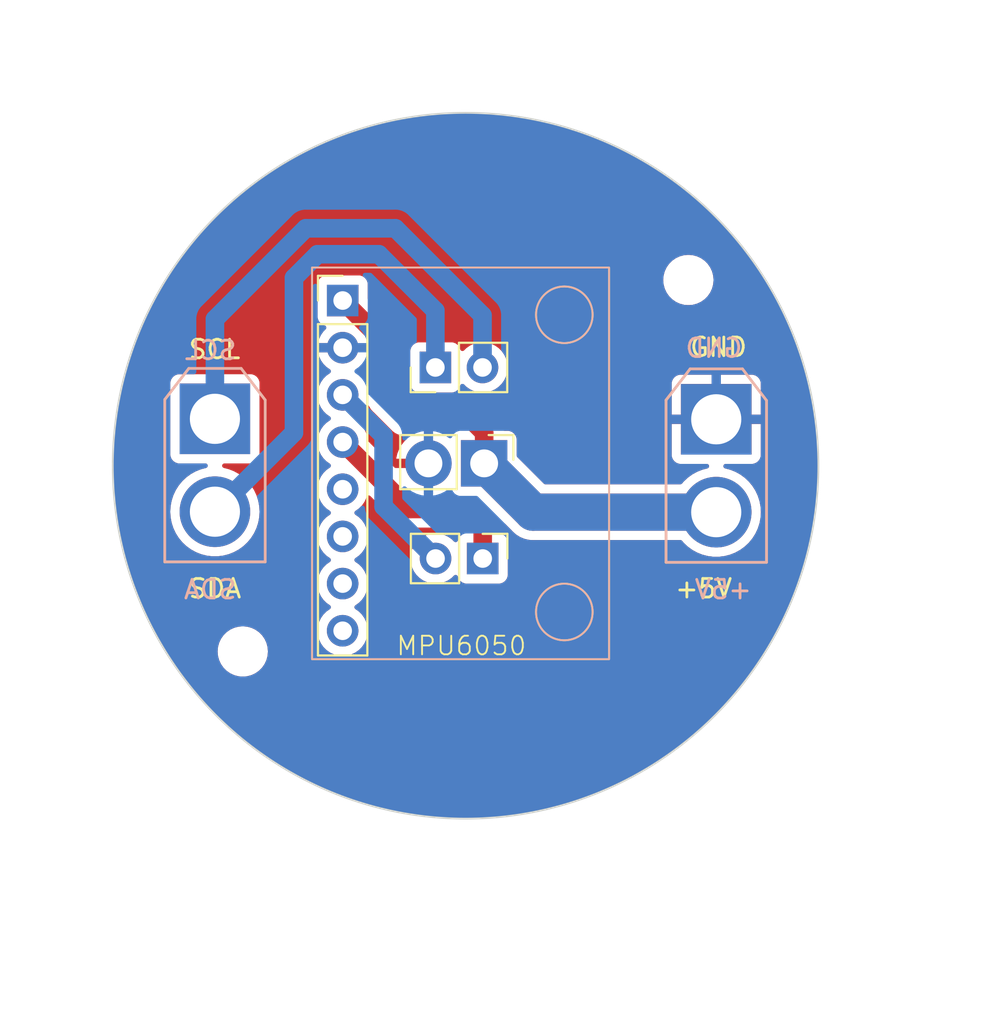
<source format=kicad_pcb>
(kicad_pcb (version 20221018) (generator pcbnew)
  (layers (0 "F.Cu" signal) (31 "B.Cu" signal) (34 "B.Paste" user) (35 "F.Paste" user) (36 "B.SilkS" user "B.Silkscreen") (37 "F.SilkS" user "F.Silkscreen") (38 "B.Mask" user) (39 "F.Mask" user) (44 "Edge.Cuts" user))
  (net 0 "")
  (net 5 "GND")
  (net 6 "+5V")
  (net 7 "SCL1")
  (net 8 "SDA1")
  (net 9 "SDA")
  (net 10 "SCL")
  (footprint "MountingHole:MountingHole_2.2mm_M2" (layer "F.Cu") (at 93 100)
    (fp_text reference "H1" hide)
    (fp_text value "MountingHole")
    (pad "" np_thru_hole circle (at 0 0) (size 2.2 2.2) (drill 2.2) (layers "*.Cu" "*.Mask"))
  )
  (footprint "XTConnectors:XT30U-M_1x02_P5.0mm_Vertical" (layer "F.Cu") (at 118.5 87.5 -90)
    (fp_text reference "J1" hide)
    (fp_text value "Conn_01x02_Socket")
    (fp_line (start -2.71 -1.41) (end -2.71 1.41) (stroke (width 0.12)) (layer "F.SilkS"))
    (fp_line (start -2.71 -1.41) (end -1.01 -2.71) (stroke (width 0.12)) (layer "F.SilkS"))
    (fp_line (start -2.71 1.41) (end -1.01 2.71) (stroke (width 0.12)) (layer "F.SilkS"))
    (fp_line (start -1.01 -2.71) (end 7.71 -2.71) (stroke (width 0.12)) (layer "F.SilkS"))
    (fp_line (start -1.01 2.71) (end 7.71 2.71) (stroke (width 0.12)) (layer "F.SilkS"))
    (fp_line (start 7.71 -2.71) (end 7.71 2.71) (stroke (width 0.12)) (layer "F.SilkS"))
    (pad "1" thru_hole rect (at 0 0 270) (size 3.8 3.8) (drill 2.7) (layers "*.Cu" "*.Mask") (net 5 "GND"))
    (pad "2" thru_hole circle (at 5 0 270) (size 3.8 3.8) (drill 2.7) (layers "*.Cu" "*.Mask") (net 6 "+5V"))
  )
  (footprint "MountingHole:MountingHole_2.2mm_M2" (layer "F.Cu") (at 117 80)
    (fp_text reference "H2" hide)
    (fp_text value "MountingHole")
    (pad "" np_thru_hole circle (at 0 0) (size 2.2 2.2) (drill 2.2) (layers "*.Cu" "*.Mask"))
  )
  (footprint "XTConnectors:XT30U-M_1x02_P5.0mm_Vertical" (layer "F.Cu") (at 91.5 87.475 -90)
    (fp_text reference "J3" hide)
    (fp_text value "Conn_01x02_Socket")
    (fp_line (start -2.71 -1.41) (end -2.71 1.41) (stroke (width 0.12)) (layer "F.SilkS"))
    (fp_line (start -2.71 -1.41) (end -1.01 -2.71) (stroke (width 0.12)) (layer "F.SilkS"))
    (fp_line (start -2.71 1.41) (end -1.01 2.71) (stroke (width 0.12)) (layer "F.SilkS"))
    (fp_line (start -1.01 -2.71) (end 7.71 -2.71) (stroke (width 0.12)) (layer "F.SilkS"))
    (fp_line (start -1.01 2.71) (end 7.71 2.71) (stroke (width 0.12)) (layer "F.SilkS"))
    (fp_line (start 7.71 -2.71) (end 7.71 2.71) (stroke (width 0.12)) (layer "F.SilkS"))
    (pad "1" thru_hole rect (at 0 0 270) (size 3.8 3.8) (drill 2.7) (layers "*.Cu" "*.Mask") (net 10 "SCL"))
    (pad "2" thru_hole circle (at 5 0 270) (size 3.8 3.8) (drill 2.7) (layers "*.Cu" "*.Mask") (net 9 "SDA"))
  )
  (footprint "Connector_PinHeader_2.54mm:PinHeader_1x02_P2.54mm_Vertical" (layer "F.Cu") (at 103.373 84.709 90)
    (fp_text reference "J4" hide)
    (fp_text value "Conn_01x02_Socket")
    (fp_line (start -1.33 -1.33) (end 0 -1.33) (stroke (width 0.12)) (layer "F.SilkS"))
    (fp_line (start -1.33 0) (end -1.33 -1.33) (stroke (width 0.12)) (layer "F.SilkS"))
    (fp_line (start -1.33 1.27) (end -1.33 3.87) (stroke (width 0.12)) (layer "F.SilkS"))
    (fp_line (start -1.33 1.27) (end 1.33 1.27) (stroke (width 0.12)) (layer "F.SilkS"))
    (fp_line (start -1.33 3.87) (end 1.33 3.87) (stroke (width 0.12)) (layer "F.SilkS"))
    (fp_line (start 1.33 1.27) (end 1.33 3.87) (stroke (width 0.12)) (layer "F.SilkS"))
    (pad "1" thru_hole rect (at 0 0 90) (size 1.7 1.7) (drill 1) (layers "*.Cu" "*.Mask") (net 9 "SDA"))
    (pad "2" thru_hole oval (at 0 2.54 90) (size 1.7 1.7) (drill 1) (layers "*.Cu" "*.Mask") (net 10 "SCL"))
  )
  (footprint "Connector_PinHeader_2.54mm:PinHeader_1x02_P2.54mm_Vertical" (layer "F.Cu") (at 105.923 94.996 -90)
    (fp_text reference "J7" hide)
    (fp_text value "Conn_01x02_Socket" hide)
    (fp_line (start -1.33 -1.33) (end 0 -1.33) (stroke (width 0.12)) (layer "F.SilkS"))
    (fp_line (start -1.33 0) (end -1.33 -1.33) (stroke (width 0.12)) (layer "F.SilkS"))
    (fp_line (start -1.33 1.27) (end -1.33 3.87) (stroke (width 0.12)) (layer "F.SilkS"))
    (fp_line (start -1.33 1.27) (end 1.33 1.27) (stroke (width 0.12)) (layer "F.SilkS"))
    (fp_line (start -1.33 3.87) (end 1.33 3.87) (stroke (width 0.12)) (layer "F.SilkS"))
    (fp_line (start 1.33 1.27) (end 1.33 3.87) (stroke (width 0.12)) (layer "F.SilkS"))
    (pad "1" thru_hole rect (at 0 0 270) (size 1.7 1.7) (drill 1) (layers "*.Cu" "*.Mask") (net 8 "SDA1"))
    (pad "2" thru_hole oval (at 0 2.54 270) (size 1.7 1.7) (drill 1) (layers "*.Cu" "*.Mask") (net 7 "SCL1"))
  )
  (footprint "MPU6050:MPU6050_module" (layer "F.Cu") (at 106 90)
    (fp_text reference "MPU6050" (at -1.225 9.695 unlocked) (layer "F.SilkS") (effects (font (thickness 0.1))))
    (fp_text value "~")
    (fp_rect (start 6.731 -10.668) (end -9.271 10.414) (stroke (width 0.1)) (fill none) (layer "B.SilkS"))
    (fp_circle (center 4.318 -8.128) (end 5.842 -8.128) (stroke (width 0.1)) (fill none) (layer "B.SilkS"))
    (fp_circle (center 4.318 7.874) (end 5.842 7.874) (stroke (width 0.1)) (fill none) (layer "B.SilkS"))
    (fp_line (start -8.95 -10.2246) (end -7.62 -10.2246) (stroke (width 0.12)) (layer "F.SilkS"))
    (fp_line (start -8.95 -8.8946) (end -8.95 -10.2246) (stroke (width 0.12)) (layer "F.SilkS"))
    (fp_line (start -8.95 -7.6246) (end -8.95 10.2154) (stroke (width 0.12)) (layer "F.SilkS"))
    (fp_line (start -8.95 -7.6246) (end -6.29 -7.6246) (stroke (width 0.12)) (layer "F.SilkS"))
    (fp_line (start -8.95 10.2154) (end -6.29 10.2154) (stroke (width 0.12)) (layer "F.SilkS"))
    (fp_line (start -6.29 -7.6246) (end -6.29 10.2154) (stroke (width 0.12)) (layer "F.SilkS"))
    (fp_rect (start -9.271 -10.668) (end 6.731 10.414) (stroke (width 0.1)) (fill none) (layer "F.SilkS"))
    (fp_circle (center 4.318 -8.128) (end 5.842 -8.128) (stroke (width 0.1)) (fill none) (layer "F.SilkS"))
    (fp_circle (center 4.318 7.874) (end 5.842 7.874) (stroke (width 0.1)) (fill none) (layer "F.SilkS"))
    (pad "1" thru_hole rect (at -7.62 -8.8946) (size 1.7 1.7) (drill 1) (layers "*.Cu" "*.Mask") (net 6 "+5V"))
    (pad "2" thru_hole oval (at -7.62 -6.3546) (size 1.7 1.7) (drill 1) (layers "*.Cu" "*.Mask") (net 5 "GND"))
    (pad "3" thru_hole oval (at -7.62 -3.8146) (size 1.7 1.7) (drill 1) (layers "*.Cu" "*.Mask") (net 7 "SCL1"))
    (pad "4" thru_hole oval (at -7.62 -1.2746) (size 1.7 1.7) (drill 1) (layers "*.Cu" "*.Mask") (net 8 "SDA1"))
    (pad "5" thru_hole oval (at -7.62 1.2654) (size 1.7 1.7) (drill 1) (layers "*.Cu" "*.Mask"))
    (pad "6" thru_hole oval (at -7.62 3.8054) (size 1.7 1.7) (drill 1) (layers "*.Cu" "*.Mask"))
    (pad "7" thru_hole oval (at -7.62 6.3454) (size 1.7 1.7) (drill 1) (layers "*.Cu" "*.Mask"))
    (pad "8" thru_hole oval (at -7.62 8.8854) (size 1.7 1.7) (drill 1) (layers "*.Cu" "*.Mask"))
  )
  (footprint "Connector_PinHeader_2.54mm:PinHeader_1x02_P2.54mm_Vertical" (layer "F.Cu") (at 105.796 89.8722 -90)
    (fp_text reference "J2" hide)
    (fp_text value "Conn_01x02_Socket" hide)
    (fp_line (start -1.524 -1.778) (end -0.194 -1.778) (stroke (width 0.12)) (layer "F.SilkS"))
    (fp_line (start -1.524 -0.448) (end -1.524 -1.778) (stroke (width 0.12)) (layer "F.SilkS"))
    (fp_line (start -1.524 1.27) (end -1.524 4.318) (stroke (width 0.12)) (layer "F.SilkS"))
    (fp_line (start -1.524 1.27) (end 1.39 1.27) (stroke (width 0.12)) (layer "F.SilkS"))
    (fp_line (start -1.524 4.318) (end 1.39 4.318) (stroke (width 0.12)) (layer "F.SilkS"))
    (fp_line (start 1.39 1.27) (end 1.39 4.318) (stroke (width 0.12)) (layer "F.SilkS"))
    (pad "1" thru_hole rect (at 0 -0.204 270) (size 2.5 2.5) (drill 1.5) (layers "*.Cu" "*.Mask") (net 6 "+5V"))
    (pad "2" thru_hole oval (at 0 2.796 270) (size 2.5 2.5) (drill 1.5) (layers "*.Cu" "*.Mask") (net 5 "GND"))
  )
  (gr_line (start 88.7984 95.1738) (end 94.2086 95.1738) (stroke (width 0.15)) (layer "B.SilkS"))
  (gr_line (start 115.7986 86.4616) (end 115.7986 95.1992) (stroke (width 0.15)) (layer "B.SilkS"))
  (gr_line (start 88.7984 86.4362) (end 90.0938 84.7598) (stroke (width 0.15)) (layer "B.SilkS"))
  (gr_line (start 94.2086 86.4616) (end 94.2086 95.1738) (stroke (width 0.15)) (layer "B.SilkS"))
  (gr_line (start 117.094 84.7852) (end 115.7986 86.4616) (stroke (width 0.15)) (layer "B.SilkS"))
  (gr_line (start 119.9134 84.7852) (end 117.094 84.7852) (stroke (width 0.15)) (layer "B.SilkS"))
  (gr_line (start 121.2088 86.487) (end 119.9134 84.7852) (stroke (width 0.15)) (layer "B.SilkS"))
  (gr_line (start 92.9132 84.7598) (end 94.2086 86.4616) (stroke (width 0.15)) (layer "B.SilkS"))
  (gr_line (start 92.9132 84.7598) (end 90.0938 84.7598) (stroke (width 0.15)) (layer "B.SilkS"))
  (gr_line (start 88.7984 95.1738) (end 88.7984 86.4362) (stroke (width 0.15)) (layer "B.SilkS"))
  (gr_line (start 115.7986 95.1992) (end 121.2088 95.1992) (stroke (width 0.15)) (layer "B.SilkS"))
  (gr_line (start 121.2088 95.1992) (end 121.2088 86.487) (stroke (width 0.15)) (layer "B.SilkS"))
  (gr_circle (center 105 90) (end 105 71) (stroke (width 0.1)) (fill none) (layer "Edge.Cuts"))
  (gr_text "GND" (at 120 84.25) (layer "B.SilkS") (effects (font (size 1 1)) (justify left bottom mirror)))
  (gr_text "+5V" (at 120.5 97.25) (layer "B.SilkS") (effects (font (size 1 1)) (justify left bottom mirror)))
  (gr_text "SCL\n\n\n\n\n\n\n\nSDA" (at 92.75 97.25) (layer "B.SilkS") (effects (font (size 1 1)) (justify left bottom mirror)))
  (gr_text "+5V" (at 116.2 97.2) (layer "F.SilkS") (effects (font (size 1 1)) (justify left bottom)))
  (gr_text "SCL\n\n\n\n\n\n\n\nSDA" (at 90 97.2) (layer "F.SilkS") (effects (font (size 1 1)) (justify left bottom)))
  (gr_text "GND" (at 117 84.2) (layer "F.SilkS") (effects (font (size 1 1)) (justify left bottom)))
  (segment (start 100.711 83.4364) (end 100.711 86.36) (width 1) (layer "F.Cu") (net 6))
  (segment (start 108.6278 92.5) (end 106 89.8722) (width 2) (layer "F.Cu") (net 6))
  (segment (start 106 88.22) (end 106 89.8722) (width 1) (layer "F.Cu") (net 6))
  (segment (start 105.156 87.376) (end 106 88.22) (width 1) (layer "F.Cu") (net 6))
  (segment (start 100.711 86.36) (end 101.727 87.376) (width 1) (layer "F.Cu") (net 6))
  (segment (start 101.727 87.376) (end 105.156 87.376) (width 1) (layer "F.Cu") (net 6))
  (segment (start 118.8722 92.5) (end 108.6278 92.5) (width 2) (layer "F.Cu") (net 6))
  (segment (start 98.38 81.1054) (end 100.711 83.4364) (width 1) (layer "F.Cu") (net 6))
  (segment (start 108.6278 92.5) (end 106 89.8722) (width 2) (layer "B.Cu") (net 6))
  (segment (start 118.5 92.5) (end 108.6278 92.5) (width 2) (layer "B.Cu") (net 6))
  (segment (start 100.584 88.3894) (end 100.584 92.197) (width 1) (layer "B.Cu") (net 7))
  (segment (start 100.584 92.197) (end 103.383 94.996) (width 1) (layer "B.Cu") (net 7))
  (segment (start 98.38 86.1854) (end 100.584 88.3894) (width 1) (layer "B.Cu") (net 7))
  (segment (start 105.029 92.329) (end 105.923 93.223) (width 1) (layer "F.Cu") (net 8))
  (segment (start 101.9836 92.329) (end 105.029 92.329) (width 1) (layer "F.Cu") (net 8))
  (segment (start 105.923 93.223) (end 105.923 94.996) (width 1) (layer "F.Cu") (net 8))
  (segment (start 98.38 88.7254) (end 101.9836 92.329) (width 1) (layer "F.Cu") (net 8))
  (segment (start 95.758 88.217) (end 91.5 92.475) (width 1) (layer "B.Cu") (net 9))
  (segment (start 103.373 81.656) (end 100.33 78.613) (width 1) (layer "B.Cu") (net 9))
  (segment (start 97.028 78.613) (end 95.758 79.883) (width 1) (layer "B.Cu") (net 9))
  (segment (start 103.373 84.709) (end 103.373 81.656) (width 1) (layer "B.Cu") (net 9))
  (segment (start 100.33 78.613) (end 97.028 78.613) (width 1) (layer "B.Cu") (net 9))
  (segment (start 95.758 79.883) (end 95.758 88.217) (width 1) (layer "B.Cu") (net 9))
  (segment (start 91.5 82.109) (end 91.5 87.475) (width 1) (layer "B.Cu") (net 10))
  (segment (start 105.913 81.91) (end 101.219 77.216) (width 1) (layer "B.Cu") (net 10))
  (segment (start 101.219 77.216) (end 96.393 77.216) (width 1) (layer "B.Cu") (net 10))
  (segment (start 105.913 84.709) (end 105.913 81.91) (width 1) (layer "B.Cu") (net 10))
  (segment (start 96.393 77.216) (end 91.5 82.109) (width 1) (layer "B.Cu") (net 10))
  (zone (net 5) (net_name "GND") (layers "F&B.Cu") (connect_pads (clearance 0.5)) (min_thickness 0.25) (fill yes (thermal_gap 0.5) (thermal_bridge_width 0.5))
    (polygon (pts (xy 127 69) (xy 83 69) (xy 83 111) (xy 127 111)))
  )
)
</source>
